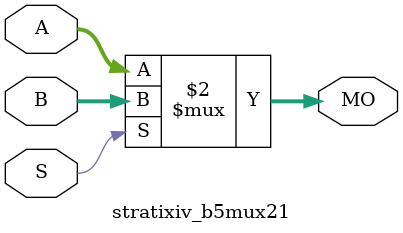
<source format=v>
module stratixiv_b5mux21 (MO, A, B, S);
   input [4:0] A, B;
   input       S;
   output [4:0] MO; 
   assign MO = (S == 1) ? B : A; 
endmodule
</source>
